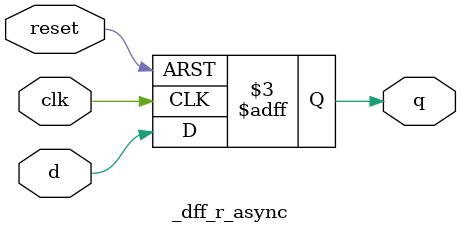
<source format=v>
module _dff_r_async(clk, reset, d, q);	//Asynchronous D Flip flop

	input clk, reset, d;
	output q;
	reg q;
	
	always @ (posedge clk or negedge reset)	//clk on positive edge or reset on
	begin
		if(reset == 0) q <= 1'b0;	//if reset is 0, q is 0
		else q <= d;	//else, q is d
	end
endmodule
</source>
